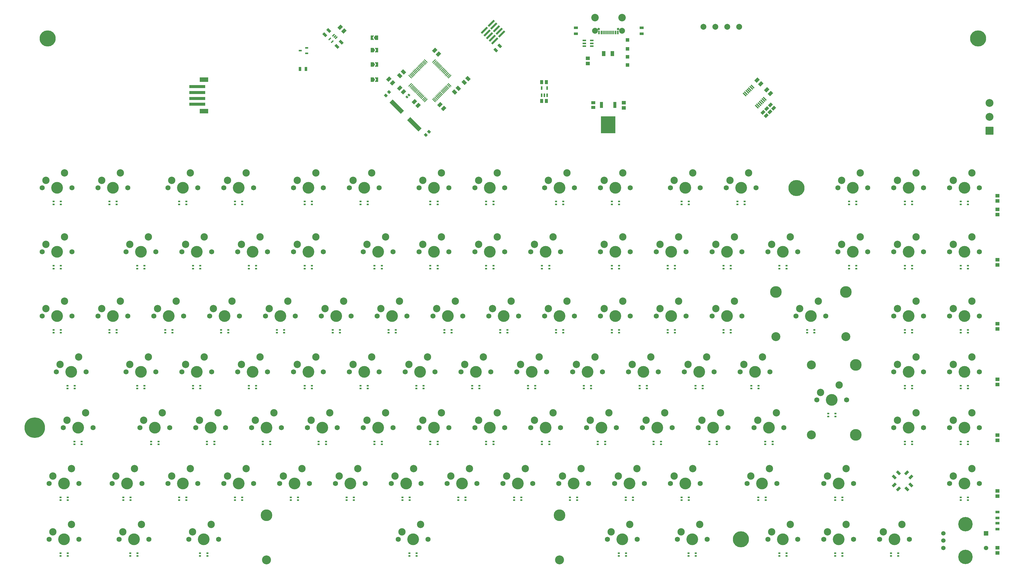
<source format=gbr>
%TF.GenerationSoftware,KiCad,Pcbnew,7.0.8*%
%TF.CreationDate,2024-02-05T18:29:49-06:00*%
%TF.ProjectId,VesselV3,56657373-656c-4563-932e-6b696361645f,3.0*%
%TF.SameCoordinates,Original*%
%TF.FileFunction,Soldermask,Top*%
%TF.FilePolarity,Negative*%
%FSLAX46Y46*%
G04 Gerber Fmt 4.6, Leading zero omitted, Abs format (unit mm)*
G04 Created by KiCad (PCBNEW 7.0.8) date 2024-02-05 18:29:49*
%MOMM*%
%LPD*%
G01*
G04 APERTURE LIST*
G04 Aperture macros list*
%AMRoundRect*
0 Rectangle with rounded corners*
0 $1 Rounding radius*
0 $2 $3 $4 $5 $6 $7 $8 $9 X,Y pos of 4 corners*
0 Add a 4 corners polygon primitive as box body*
4,1,4,$2,$3,$4,$5,$6,$7,$8,$9,$2,$3,0*
0 Add four circle primitives for the rounded corners*
1,1,$1+$1,$2,$3*
1,1,$1+$1,$4,$5*
1,1,$1+$1,$6,$7*
1,1,$1+$1,$8,$9*
0 Add four rect primitives between the rounded corners*
20,1,$1+$1,$2,$3,$4,$5,0*
20,1,$1+$1,$4,$5,$6,$7,0*
20,1,$1+$1,$6,$7,$8,$9,0*
20,1,$1+$1,$8,$9,$2,$3,0*%
%AMRotRect*
0 Rectangle, with rotation*
0 The origin of the aperture is its center*
0 $1 length*
0 $2 width*
0 $3 Rotation angle, in degrees counterclockwise*
0 Add horizontal line*
21,1,$1,$2,0,0,$3*%
%AMFreePoly0*
4,1,6,1.000000,0.000000,0.500000,-0.750000,-0.500000,-0.750000,-0.500000,0.750000,0.500000,0.750000,1.000000,0.000000,1.000000,0.000000,$1*%
%AMFreePoly1*
4,1,6,0.500000,-0.750000,-0.650000,-0.750000,-0.150000,0.000000,-0.650000,0.750000,0.500000,0.750000,0.500000,-0.750000,0.500000,-0.750000,$1*%
G04 Aperture macros list end*
%ADD10RotRect,0.950000X1.400000X225.000000*%
%ADD11RotRect,1.150000X1.450000X315.000000*%
%ADD12RotRect,0.950000X1.450000X45.000000*%
%ADD13C,1.750000*%
%ADD14C,4.000000*%
%ADD15C,2.500000*%
%ADD16RotRect,1.150000X1.450000X45.000000*%
%ADD17R,0.647700X0.609600*%
%ADD18R,0.950000X1.450000*%
%ADD19FreePoly0,0.000000*%
%ADD20FreePoly1,0.000000*%
%ADD21RotRect,1.150000X1.450000X135.000000*%
%ADD22C,0.800000*%
%ADD23R,0.600000X1.250000*%
%ADD24R,0.300000X1.250000*%
%ADD25C,2.000000*%
%ADD26C,2.565000*%
%ADD27R,1.470000X1.020000*%
%ADD28R,1.200000X1.200000*%
%ADD29RotRect,0.650000X2.850000X135.000000*%
%ADD30RotRect,0.450000X1.475000X45.000000*%
%ADD31R,1.020000X1.470000*%
%ADD32RoundRect,0.102000X1.237500X-1.237500X1.237500X1.237500X-1.237500X1.237500X-1.237500X-1.237500X0*%
%ADD33C,2.679000*%
%ADD34R,1.450000X1.150000*%
%ADD35R,1.000000X2.100000*%
%ADD36R,4.900000X5.850000*%
%ADD37R,1.220000X1.200000*%
%ADD38R,1.050000X0.600000*%
%ADD39RotRect,0.950000X1.000000X225.000000*%
%ADD40RotRect,0.300000X1.475000X135.000000*%
%ADD41RotRect,0.300000X1.475000X45.000000*%
%ADD42FreePoly0,180.000000*%
%ADD43FreePoly1,180.000000*%
%ADD44C,3.048000*%
%ADD45C,3.987800*%
%ADD46R,1.450000X0.950000*%
%ADD47R,0.600000X1.200000*%
%ADD48R,1.400000X0.950000*%
%ADD49RotRect,0.950000X1.450000X135.000000*%
%ADD50C,7.000000*%
%ADD51C,5.500000*%
%ADD52RotRect,0.400000X1.050000X315.000000*%
%ADD53RotRect,0.960000X1.390000X315.000000*%
%ADD54R,1.200000X0.600000*%
%ADD55RotRect,1.150000X1.450000X225.000000*%
%ADD56RotRect,1.500000X5.500000X45.000000*%
%ADD57R,1.160000X1.820000*%
%ADD58R,1.500000X1.500000*%
%ADD59C,1.500000*%
%ADD60C,4.920000*%
%ADD61RoundRect,0.102000X0.031820X-0.392444X0.392444X-0.031820X-0.031820X0.392444X-0.392444X0.031820X0*%
%ADD62R,5.500000X1.000000*%
%ADD63R,3.000000X1.600000*%
G04 APERTURE END LIST*
D10*
%TO.C,R11*%
X208515707Y-38767693D03*
X207101493Y-40181907D03*
%TD*%
D11*
%TO.C,C17*%
X186309000Y-40259000D03*
X187581792Y-41531792D03*
%TD*%
D12*
%TO.C,R12*%
X343136793Y-185928007D03*
X344551007Y-184513793D03*
%TD*%
D13*
%TO.C,MX8*%
X200025000Y-87153700D03*
D14*
X205105000Y-87153700D03*
D13*
X210185000Y-87153700D03*
D15*
X201295000Y-84613700D03*
X207645000Y-82073700D03*
%TD*%
D13*
%TO.C,MX78*%
X361950000Y-169068700D03*
D14*
X367030000Y-169068700D03*
D13*
X372110000Y-169068700D03*
D15*
X363220000Y-166528700D03*
X369570000Y-163988700D03*
%TD*%
D16*
%TO.C,C29*%
X193037208Y-54485792D03*
X194310000Y-53213000D03*
%TD*%
D17*
%TO.C,LED97*%
X177673050Y-211868701D03*
X177673050Y-212868699D03*
X180149550Y-212868699D03*
X180149550Y-211868701D03*
%TD*%
D13*
%TO.C,MX102*%
X338137500Y-207168700D03*
D14*
X343217500Y-207168700D03*
D13*
X348297500Y-207168700D03*
D15*
X339407500Y-204628700D03*
X345757500Y-202088700D03*
%TD*%
D12*
%TO.C,R19*%
X148772793Y-34961707D03*
X150187007Y-33547493D03*
%TD*%
D18*
%TO.C,R16*%
X140329000Y-46615000D03*
X142329000Y-46615000D03*
%TD*%
D12*
%TO.C,R14*%
X347382693Y-190009207D03*
X348796907Y-188594993D03*
%TD*%
D19*
%TO.C,JP3*%
X164999000Y-50295000D03*
D20*
X166449000Y-50295000D03*
%TD*%
D13*
%TO.C,MX94*%
X54768800Y-207168700D03*
D14*
X59848800Y-207168700D03*
D13*
X64928800Y-207168700D03*
D15*
X56038800Y-204628700D03*
X62388800Y-202088700D03*
%TD*%
D13*
%TO.C,MX86*%
X190500000Y-188118700D03*
D14*
X195580000Y-188118700D03*
D13*
X200660000Y-188118700D03*
D15*
X191770000Y-185578700D03*
X198120000Y-183038700D03*
%TD*%
D13*
%TO.C,MX68*%
X142875000Y-169068700D03*
D14*
X147955000Y-169068700D03*
D13*
X153035000Y-169068700D03*
D15*
X144145000Y-166528700D03*
X150495000Y-163988700D03*
%TD*%
D21*
%TO.C,C19*%
X180595396Y-59056396D03*
X179322604Y-57783604D03*
%TD*%
D13*
%TO.C,MX62*%
X342900000Y-150018700D03*
D14*
X347980000Y-150018700D03*
D13*
X353060000Y-150018700D03*
D15*
X344170000Y-147478700D03*
X350520000Y-144938700D03*
%TD*%
D17*
%TO.C,LED83*%
X139668250Y-193818699D03*
X139668250Y-192818701D03*
X137191750Y-192818701D03*
X137191750Y-193818699D03*
%TD*%
D22*
%TO.C,USB-C1*%
X248880000Y-33023000D03*
X242280000Y-33023000D03*
D23*
X248780000Y-34158000D03*
X247980000Y-34158000D03*
D24*
X246830000Y-34158000D03*
X245830000Y-34158000D03*
X245330000Y-34158000D03*
X244330000Y-34158000D03*
D23*
X243180000Y-34158000D03*
X242380000Y-34158000D03*
D24*
X243830000Y-34158000D03*
X244830000Y-34158000D03*
X246330000Y-34158000D03*
X247330000Y-34158000D03*
D25*
X250190000Y-33583000D03*
X240970000Y-33583000D03*
D26*
X250190000Y-29083000D03*
X240970000Y-29083000D03*
%TD*%
D17*
%TO.C,LED21*%
X168243250Y-114761199D03*
X168243250Y-113761201D03*
X165766750Y-113761201D03*
X165766750Y-114761199D03*
%TD*%
%TO.C,LED37*%
X151479250Y-135668701D03*
X151479250Y-136668699D03*
X153955750Y-136668699D03*
X153955750Y-135668701D03*
%TD*%
%TO.C,LED64*%
X63373050Y-173768701D03*
X63373050Y-174768699D03*
X65849550Y-174768699D03*
X65849550Y-173768701D03*
%TD*%
D13*
%TO.C,MX51*%
X119062500Y-150018700D03*
D14*
X124142500Y-150018700D03*
D13*
X129222500Y-150018700D03*
D15*
X120332500Y-147478700D03*
X126682500Y-144938700D03*
%TD*%
D13*
%TO.C,MX67*%
X123825000Y-169068700D03*
D14*
X128905000Y-169068700D03*
D13*
X133985000Y-169068700D03*
D15*
X125095000Y-166528700D03*
X131445000Y-163988700D03*
%TD*%
D13*
%TO.C,MX88*%
X228600000Y-188118700D03*
D14*
X233680000Y-188118700D03*
D13*
X238760000Y-188118700D03*
D15*
X229870000Y-185578700D03*
X236220000Y-183038700D03*
%TD*%
D13*
%TO.C,MX38*%
X166687500Y-130968700D03*
D14*
X171767500Y-130968700D03*
D13*
X176847500Y-130968700D03*
D15*
X167957500Y-128428700D03*
X174307500Y-125888700D03*
%TD*%
D13*
%TO.C,MX39*%
X185737500Y-130968700D03*
D14*
X190817500Y-130968700D03*
D13*
X195897500Y-130968700D03*
D15*
X187007500Y-128428700D03*
X193357500Y-125888700D03*
%TD*%
D13*
%TO.C,MX99*%
X269081300Y-207168700D03*
D14*
X274161300Y-207168700D03*
D13*
X279241300Y-207168700D03*
D15*
X270351300Y-204628700D03*
X276701300Y-202088700D03*
%TD*%
D13*
%TO.C,MX63*%
X361950000Y-150018700D03*
D14*
X367030000Y-150018700D03*
D13*
X372110000Y-150018700D03*
D15*
X363220000Y-147478700D03*
X369570000Y-144938700D03*
%TD*%
D17*
%TO.C,LED6*%
X161004250Y-91853701D03*
X161004250Y-92853699D03*
X163480750Y-92853699D03*
X163480750Y-91853701D03*
%TD*%
D13*
%TO.C,MX34*%
X90487500Y-130968700D03*
D14*
X95567500Y-130968700D03*
D13*
X100647500Y-130968700D03*
D15*
X91757500Y-128428700D03*
X98107500Y-125888700D03*
%TD*%
D27*
%TO.C,C33*%
X240393000Y-58140600D03*
X240393000Y-59760600D03*
%TD*%
D17*
%TO.C,LED53*%
X163480750Y-155718699D03*
X163480750Y-154718701D03*
X161004250Y-154718701D03*
X161004250Y-155718699D03*
%TD*%
D13*
%TO.C,MX32*%
X52387500Y-130968700D03*
D14*
X57467500Y-130968700D03*
D13*
X62547500Y-130968700D03*
D15*
X53657500Y-128428700D03*
X60007500Y-125888700D03*
%TD*%
D17*
%TO.C,LED70*%
X184816750Y-173768701D03*
X184816750Y-174768699D03*
X187293250Y-174768699D03*
X187293250Y-173768701D03*
%TD*%
%TO.C,LED27*%
X287305750Y-114761199D03*
X287305750Y-113761201D03*
X284829250Y-113761201D03*
X284829250Y-114761199D03*
%TD*%
%TO.C,LED57*%
X239680750Y-155718699D03*
X239680750Y-154718701D03*
X237204250Y-154718701D03*
X237204250Y-155718699D03*
%TD*%
D13*
%TO.C,MX22*%
X180975000Y-109061200D03*
D14*
X186055000Y-109061200D03*
D13*
X191135000Y-109061200D03*
D15*
X182245000Y-106521200D03*
X188595000Y-103981200D03*
%TD*%
D17*
%TO.C,LED85*%
X177768250Y-193818699D03*
X177768250Y-192818701D03*
X175291750Y-192818701D03*
X175291750Y-193818699D03*
%TD*%
D13*
%TO.C,MX5*%
X138112500Y-87153700D03*
D14*
X143192500Y-87153700D03*
D13*
X148272500Y-87153700D03*
D15*
X139382500Y-84613700D03*
X145732500Y-82073700D03*
%TD*%
D28*
%TO.C,Schottky/ReversPolProtec1*%
X252095000Y-45269000D03*
X252095000Y-42469000D03*
%TD*%
D29*
%TO.C,J1*%
X209187055Y-34689047D03*
X206818247Y-37057855D03*
X208289029Y-33791022D03*
X205920222Y-36159829D03*
X207391004Y-32892996D03*
X205022196Y-35261804D03*
X206492978Y-31994971D03*
X204124171Y-34363778D03*
X205594953Y-31096945D03*
X203226145Y-33465753D03*
%TD*%
D30*
%TO.C,(BidirectionalLogicLevelShifter)IC4*%
X294784879Y-52632162D03*
X294325259Y-53091781D03*
X293865640Y-53551401D03*
X293406020Y-54011020D03*
X292946401Y-54470640D03*
X292486781Y-54930259D03*
X292027162Y-55389879D03*
X296182121Y-59544838D03*
X296641741Y-59085219D03*
X297101360Y-58625599D03*
X297560980Y-58165980D03*
X298020599Y-57706360D03*
X298480219Y-57246741D03*
X298939838Y-56787121D03*
%TD*%
D31*
%TO.C,C4*%
X222769000Y-57575000D03*
X224389000Y-57575000D03*
%TD*%
D17*
%TO.C,LED54*%
X182530750Y-155718699D03*
X182530750Y-154718701D03*
X180054250Y-154718701D03*
X180054250Y-155718699D03*
%TD*%
D13*
%TO.C,MX1*%
X52387500Y-87153700D03*
D14*
X57467500Y-87153700D03*
D13*
X62547500Y-87153700D03*
D15*
X53657500Y-84613700D03*
X60007500Y-82073700D03*
%TD*%
D13*
%TO.C,MX49*%
X80962500Y-150018700D03*
D14*
X86042500Y-150018700D03*
D13*
X91122500Y-150018700D03*
D15*
X82232500Y-147478700D03*
X88582500Y-144938700D03*
%TD*%
D21*
%TO.C,C23*%
X300863000Y-54991000D03*
X299590208Y-53718208D03*
%TD*%
D13*
%TO.C,MX98*%
X245268800Y-207168700D03*
D14*
X250348800Y-207168700D03*
D13*
X255428800Y-207168700D03*
D15*
X246538800Y-204628700D03*
X252888800Y-202088700D03*
%TD*%
D17*
%TO.C,LED87*%
X215868250Y-193818699D03*
X215868250Y-192818701D03*
X213391750Y-192818701D03*
X213391750Y-193818699D03*
%TD*%
%TO.C,LED20*%
X144430750Y-114761199D03*
X144430750Y-113761201D03*
X141954250Y-113761201D03*
X141954250Y-114761199D03*
%TD*%
D25*
%TO.C,TP3*%
X286117000Y-32232600D03*
%TD*%
D17*
%TO.C,LED71*%
X203866750Y-173768701D03*
X203866750Y-174768699D03*
X206343250Y-174768699D03*
X206343250Y-173768701D03*
%TD*%
%TO.C,LED101*%
X322929250Y-211868701D03*
X322929250Y-212868699D03*
X325405750Y-212868699D03*
X325405750Y-211868701D03*
%TD*%
D32*
%TO.C,S6*%
X375651500Y-67742000D03*
D33*
X375651500Y-62992000D03*
X375651500Y-58242000D03*
%TD*%
D13*
%TO.C,MX15*%
X361950000Y-87153700D03*
D14*
X367030000Y-87153700D03*
D13*
X372110000Y-87153700D03*
D15*
X363220000Y-84613700D03*
X369570000Y-82073700D03*
%TD*%
D17*
%TO.C,LED89*%
X253968250Y-193818699D03*
X253968250Y-192818701D03*
X251491750Y-192818701D03*
X251491750Y-193818699D03*
%TD*%
%TO.C,LED98*%
X249110550Y-211868701D03*
X249110550Y-212868699D03*
X251587050Y-212868699D03*
X251587050Y-211868701D03*
%TD*%
D12*
%TO.C,R18*%
X152963793Y-38898707D03*
X154378007Y-37484493D03*
%TD*%
D17*
%TO.C,LED31*%
X368268250Y-114761199D03*
X368268250Y-113761201D03*
X365791750Y-113761201D03*
X365791750Y-114761199D03*
%TD*%
%TO.C,LED56*%
X220630750Y-155718699D03*
X220630750Y-154718701D03*
X218154250Y-154718701D03*
X218154250Y-155718699D03*
%TD*%
D34*
%TO.C,C13*%
X378333000Y-173377000D03*
X378333000Y-171577000D03*
%TD*%
D25*
%TO.C,TP4*%
X290167000Y-32232600D03*
%TD*%
D19*
%TO.C,JP1*%
X164996200Y-45125000D03*
D20*
X166446200Y-45125000D03*
%TD*%
D13*
%TO.C,MX91*%
X292893800Y-188118700D03*
D14*
X297973800Y-188118700D03*
D13*
X303053800Y-188118700D03*
D15*
X294163800Y-185578700D03*
X300513800Y-183038700D03*
%TD*%
D13*
%TO.C,MX80*%
X76200000Y-188118700D03*
D14*
X81280000Y-188118700D03*
D13*
X86360000Y-188118700D03*
D15*
X77470000Y-185578700D03*
X83820000Y-183038700D03*
%TD*%
D13*
%TO.C,MX45*%
X309562500Y-130968700D03*
D14*
X314642500Y-130968700D03*
D13*
X319722500Y-130968700D03*
D15*
X310832500Y-128428700D03*
X317182500Y-125888700D03*
%TD*%
D17*
%TO.C,LED99*%
X272923050Y-211868701D03*
X272923050Y-212868699D03*
X275399550Y-212868699D03*
X275399550Y-211868701D03*
%TD*%
D34*
%TO.C,C9*%
X378333000Y-91694000D03*
X378333000Y-89894000D03*
%TD*%
%TO.C,C11*%
X378333000Y-135382000D03*
X378333000Y-133582000D03*
%TD*%
D17*
%TO.C,LED61*%
X323024550Y-165243699D03*
X323024550Y-164243701D03*
X320548050Y-164243701D03*
X320548050Y-165243699D03*
%TD*%
%TO.C,LED13*%
X327691750Y-91853701D03*
X327691750Y-92853699D03*
X330168250Y-92853699D03*
X330168250Y-91853701D03*
%TD*%
%TO.C,LED81*%
X101568250Y-193818699D03*
X101568250Y-192818701D03*
X99091750Y-192818701D03*
X99091750Y-193818699D03*
%TD*%
D13*
%TO.C,MX9*%
X223837500Y-87153700D03*
D14*
X228917500Y-87153700D03*
D13*
X233997500Y-87153700D03*
D15*
X225107500Y-84613700D03*
X231457500Y-82073700D03*
%TD*%
D17*
%TO.C,LED18*%
X106330750Y-114761199D03*
X106330750Y-113761201D03*
X103854250Y-113761201D03*
X103854250Y-114761199D03*
%TD*%
D13*
%TO.C,MX100*%
X300037500Y-207168700D03*
D14*
X305117500Y-207168700D03*
D13*
X310197500Y-207168700D03*
D15*
X301307500Y-204628700D03*
X307657500Y-202088700D03*
%TD*%
D35*
%TO.C,(LF50ABDT-TR)-IC3*%
X247771000Y-58896000D03*
X243211000Y-58896000D03*
D36*
X245491000Y-65696000D03*
%TD*%
D31*
%TO.C,C5*%
X222779000Y-51145000D03*
X224399000Y-51145000D03*
%TD*%
D17*
%TO.C,LED80*%
X82518250Y-193818699D03*
X82518250Y-192818701D03*
X80041750Y-192818701D03*
X80041750Y-193818699D03*
%TD*%
%TO.C,LED15*%
X365791750Y-91853701D03*
X365791750Y-92853699D03*
X368268250Y-92853699D03*
X368268250Y-91853701D03*
%TD*%
%TO.C,LED52*%
X144430750Y-155718699D03*
X144430750Y-154718701D03*
X141954250Y-154718701D03*
X141954250Y-155718699D03*
%TD*%
D13*
%TO.C,MX82*%
X114300000Y-188118700D03*
D14*
X119380000Y-188118700D03*
D13*
X124460000Y-188118700D03*
D15*
X115570000Y-185578700D03*
X121920000Y-183038700D03*
%TD*%
D17*
%TO.C,LED84*%
X158718250Y-193818699D03*
X158718250Y-192818701D03*
X156241750Y-192818701D03*
X156241750Y-193818699D03*
%TD*%
D37*
%TO.C,TVSDiode/ESDSuppr1*%
X252095000Y-39803000D03*
X252095000Y-36703000D03*
%TD*%
D17*
%TO.C,LED55*%
X201580750Y-155718699D03*
X201580750Y-154718701D03*
X199104250Y-154718701D03*
X199104250Y-155718699D03*
%TD*%
%TO.C,LED41*%
X227679250Y-135668701D03*
X227679250Y-136668699D03*
X230155750Y-136668699D03*
X230155750Y-135668701D03*
%TD*%
D38*
%TO.C,Q1*%
X142579000Y-41315000D03*
X142579000Y-39415000D03*
X140379000Y-40365000D03*
%TD*%
D39*
%TO.C,C1*%
X170718485Y-54538415D03*
X169587115Y-55669785D03*
%TD*%
D34*
%TO.C,C18*%
X238506000Y-43002200D03*
X238506000Y-44802200D03*
%TD*%
D13*
%TO.C,MX85*%
X171450000Y-188118700D03*
D14*
X176530000Y-188118700D03*
D13*
X181610000Y-188118700D03*
D15*
X172720000Y-185578700D03*
X179070000Y-183038700D03*
%TD*%
D19*
%TO.C,JP4*%
X164996200Y-40225000D03*
D20*
X166446200Y-40225000D03*
%TD*%
D40*
%TO.C,MCU1*%
X177948971Y-52078728D03*
X178302524Y-52432282D03*
X178656078Y-52785835D03*
X179009631Y-53139388D03*
X179363184Y-53492942D03*
X179716738Y-53846495D03*
X180070291Y-54200049D03*
X180423845Y-54553602D03*
X180777398Y-54907155D03*
X181130951Y-55260709D03*
X181484505Y-55614262D03*
X181838058Y-55967816D03*
X182191612Y-56321369D03*
X182545165Y-56674922D03*
X182898718Y-57028476D03*
X183252272Y-57382029D03*
D41*
X186063728Y-57382029D03*
X186417282Y-57028476D03*
X186770835Y-56674922D03*
X187124388Y-56321369D03*
X187477942Y-55967816D03*
X187831495Y-55614262D03*
X188185049Y-55260709D03*
X188538602Y-54907155D03*
X188892155Y-54553602D03*
X189245709Y-54200049D03*
X189599262Y-53846495D03*
X189952816Y-53492942D03*
X190306369Y-53139388D03*
X190659922Y-52785835D03*
X191013476Y-52432282D03*
X191367029Y-52078728D03*
D40*
X191367029Y-49267272D03*
X191013476Y-48913718D03*
X190659922Y-48560165D03*
X190306369Y-48206612D03*
X189952816Y-47853058D03*
X189599262Y-47499505D03*
X189245709Y-47145951D03*
X188892155Y-46792398D03*
X188538602Y-46438845D03*
X188185049Y-46085291D03*
X187831495Y-45731738D03*
X187477942Y-45378184D03*
X187124388Y-45024631D03*
X186770835Y-44671078D03*
X186417282Y-44317524D03*
X186063728Y-43963971D03*
D41*
X183252272Y-43963971D03*
X182898718Y-44317524D03*
X182545165Y-44671078D03*
X182191612Y-45024631D03*
X181838058Y-45378184D03*
X181484505Y-45731738D03*
X181130951Y-46085291D03*
X180777398Y-46438845D03*
X180423845Y-46792398D03*
X180070291Y-47145951D03*
X179716738Y-47499505D03*
X179363184Y-47853058D03*
X179009631Y-48206612D03*
X178656078Y-48560165D03*
X178302524Y-48913718D03*
X177948971Y-49267272D03*
%TD*%
D13*
%TO.C,MX89*%
X247650000Y-188118700D03*
D14*
X252730000Y-188118700D03*
D13*
X257810000Y-188118700D03*
D15*
X248920000Y-185578700D03*
X255270000Y-183038700D03*
%TD*%
D13*
%TO.C,MX92*%
X319087500Y-188118700D03*
D14*
X324167500Y-188118700D03*
D13*
X329247500Y-188118700D03*
D15*
X320357500Y-185578700D03*
X326707500Y-183038700D03*
%TD*%
D17*
%TO.C,LED2*%
X75279250Y-91853701D03*
X75279250Y-92853699D03*
X77755750Y-92853699D03*
X77755750Y-91853701D03*
%TD*%
D11*
%TO.C,C22*%
X296291000Y-50419000D03*
X297563792Y-51691792D03*
%TD*%
D13*
%TO.C,MX53*%
X157162500Y-150018700D03*
D14*
X162242500Y-150018700D03*
D13*
X167322500Y-150018700D03*
D15*
X158432500Y-147478700D03*
X164782500Y-144938700D03*
%TD*%
D17*
%TO.C,LED78*%
X365791750Y-173768701D03*
X365791750Y-174768699D03*
X368268250Y-174768699D03*
X368268250Y-173768701D03*
%TD*%
D34*
%TO.C,C10*%
X378333000Y-113560000D03*
X378333000Y-111760000D03*
%TD*%
D17*
%TO.C,LED92*%
X325405750Y-193818699D03*
X325405750Y-192818701D03*
X322929250Y-192818701D03*
X322929250Y-193818699D03*
%TD*%
D39*
%TO.C,C2*%
X184376785Y-68058115D03*
X183245415Y-69189485D03*
%TD*%
D17*
%TO.C,LED33*%
X75279250Y-135668701D03*
X75279250Y-136668699D03*
X77755750Y-136668699D03*
X77755750Y-135668701D03*
%TD*%
%TO.C,LED69*%
X165766750Y-173768701D03*
X165766750Y-174768699D03*
X168243250Y-174768699D03*
X168243250Y-173768701D03*
%TD*%
D13*
%TO.C,MX16*%
X52387500Y-109061200D03*
D14*
X57467500Y-109061200D03*
D13*
X62547500Y-109061200D03*
D15*
X53657500Y-106521200D03*
X60007500Y-103981200D03*
%TD*%
D13*
%TO.C,MX60*%
X290512500Y-150018700D03*
D14*
X295592500Y-150018700D03*
D13*
X300672500Y-150018700D03*
D15*
X291782500Y-147478700D03*
X298132500Y-144938700D03*
%TD*%
D17*
%TO.C,LED65*%
X89566750Y-173768701D03*
X89566750Y-174768699D03*
X92043250Y-174768699D03*
X92043250Y-173768701D03*
%TD*%
D42*
%TO.C,JP2*%
X166448400Y-35941000D03*
D43*
X164998400Y-35941000D03*
%TD*%
D17*
%TO.C,LED48*%
X63468250Y-155718699D03*
X63468250Y-154718701D03*
X60991750Y-154718701D03*
X60991750Y-155718699D03*
%TD*%
D13*
%TO.C,MX30*%
X342900000Y-109061200D03*
D14*
X347980000Y-109061200D03*
D13*
X353060000Y-109061200D03*
D15*
X344170000Y-106521200D03*
X350520000Y-103981200D03*
%TD*%
D44*
%TO.C,S1*%
X326580500Y-137953700D03*
D45*
X326580500Y-122743700D03*
D44*
X302704500Y-137953700D03*
D45*
X302704500Y-122743700D03*
%TD*%
D13*
%TO.C,MX24*%
X219075000Y-109061200D03*
D14*
X224155000Y-109061200D03*
D13*
X229235000Y-109061200D03*
D15*
X220345000Y-106521200D03*
X226695000Y-103981200D03*
%TD*%
D17*
%TO.C,LED3*%
X99091750Y-91853701D03*
X99091750Y-92853699D03*
X101568250Y-92853699D03*
X101568250Y-91853701D03*
%TD*%
D13*
%TO.C,MX6*%
X157162500Y-87153700D03*
D14*
X162242500Y-87153700D03*
D13*
X167322500Y-87153700D03*
D15*
X158432500Y-84613700D03*
X164782500Y-82073700D03*
%TD*%
D13*
%TO.C,MX17*%
X80962500Y-109061200D03*
D14*
X86042500Y-109061200D03*
D13*
X91122500Y-109061200D03*
D15*
X82232500Y-106521200D03*
X88582500Y-103981200D03*
%TD*%
D17*
%TO.C,LED93*%
X368268250Y-193818699D03*
X368268250Y-192818701D03*
X365791750Y-192818701D03*
X365791750Y-193818699D03*
%TD*%
D13*
%TO.C,MX4*%
X114300000Y-87153700D03*
D14*
X119380000Y-87153700D03*
D13*
X124460000Y-87153700D03*
D15*
X115570000Y-84613700D03*
X121920000Y-82073700D03*
%TD*%
D13*
%TO.C,MX70*%
X180975000Y-169068700D03*
D14*
X186055000Y-169068700D03*
D13*
X191135000Y-169068700D03*
D15*
X182245000Y-166528700D03*
X188595000Y-163988700D03*
%TD*%
D13*
%TO.C,MX43*%
X261937500Y-130968700D03*
D14*
X267017500Y-130968700D03*
D13*
X272097500Y-130968700D03*
D15*
X263207500Y-128428700D03*
X269557500Y-125888700D03*
%TD*%
D17*
%TO.C,LED86*%
X196818250Y-193818699D03*
X196818250Y-192818701D03*
X194341750Y-192818701D03*
X194341750Y-193818699D03*
%TD*%
%TO.C,LED68*%
X146716750Y-173768701D03*
X146716750Y-174768699D03*
X149193250Y-174768699D03*
X149193250Y-173768701D03*
%TD*%
D13*
%TO.C,MX19*%
X119062500Y-109061200D03*
D14*
X124142500Y-109061200D03*
D13*
X129222500Y-109061200D03*
D15*
X120332500Y-106521200D03*
X126682500Y-103981200D03*
%TD*%
D13*
%TO.C,MX59*%
X271462500Y-150018700D03*
D14*
X276542500Y-150018700D03*
D13*
X281622500Y-150018700D03*
D15*
X272732500Y-147478700D03*
X279082500Y-144938700D03*
%TD*%
D46*
%TO.C,R21*%
X378333000Y-199882000D03*
X378333000Y-197882000D03*
%TD*%
D13*
%TO.C,MX41*%
X223837500Y-130968700D03*
D14*
X228917500Y-130968700D03*
D13*
X233997500Y-130968700D03*
D15*
X225107500Y-128428700D03*
X231457500Y-125888700D03*
%TD*%
D13*
%TO.C,MX40*%
X204787500Y-130968700D03*
D14*
X209867500Y-130968700D03*
D13*
X214947500Y-130968700D03*
D15*
X206057500Y-128428700D03*
X212407500Y-125888700D03*
%TD*%
D17*
%TO.C,LED73*%
X241966750Y-173768701D03*
X241966750Y-174768699D03*
X244443250Y-174768699D03*
X244443250Y-173768701D03*
%TD*%
%TO.C,LED51*%
X125380750Y-155718699D03*
X125380750Y-154718701D03*
X122904250Y-154718701D03*
X122904250Y-155718699D03*
%TD*%
D13*
%TO.C,MX21*%
X161925000Y-109061200D03*
D14*
X167005000Y-109061200D03*
D13*
X172085000Y-109061200D03*
D15*
X163195000Y-106521200D03*
X169545000Y-103981200D03*
%TD*%
D13*
%TO.C,MX61*%
X316706300Y-159543700D03*
D14*
X321786300Y-159543700D03*
D13*
X326866300Y-159543700D03*
D15*
X317976300Y-157003700D03*
X324326300Y-154463700D03*
%TD*%
D47*
%TO.C,(LDORegulator)IC1*%
X222779000Y-55625000D03*
X223729000Y-55625000D03*
X224679000Y-55625000D03*
X224679000Y-53125000D03*
X222779000Y-53125000D03*
%TD*%
D17*
%TO.C,LED102*%
X341979250Y-211868701D03*
X341979250Y-212868699D03*
X344455750Y-212868699D03*
X344455750Y-211868701D03*
%TD*%
D48*
%TO.C,R2*%
X256921000Y-34613600D03*
X256921000Y-32613600D03*
%TD*%
D49*
%TO.C,R13*%
X348742007Y-185928007D03*
X347327793Y-184513793D03*
%TD*%
D50*
%TO.C,H2*%
X49784000Y-169025000D03*
%TD*%
D17*
%TO.C,LED60*%
X296830750Y-155718699D03*
X296830750Y-154718701D03*
X294354250Y-154718701D03*
X294354250Y-155718699D03*
%TD*%
%TO.C,LED26*%
X268255750Y-114761199D03*
X268255750Y-113761201D03*
X265779250Y-113761201D03*
X265779250Y-114761199D03*
%TD*%
D44*
%TO.C,S2*%
X314801300Y-171481700D03*
D45*
X330011300Y-171481700D03*
D44*
X314801300Y-147605700D03*
D45*
X330011300Y-147605700D03*
%TD*%
D17*
%TO.C,LED100*%
X303879250Y-211868701D03*
X303879250Y-212868699D03*
X306355750Y-212868699D03*
X306355750Y-211868701D03*
%TD*%
%TO.C,LED77*%
X346741750Y-173768701D03*
X346741750Y-174768699D03*
X349218250Y-174768699D03*
X349218250Y-173768701D03*
%TD*%
D13*
%TO.C,MX27*%
X280987500Y-109061200D03*
D14*
X286067500Y-109061200D03*
D13*
X291147500Y-109061200D03*
D15*
X282257500Y-106521200D03*
X288607500Y-103981200D03*
%TD*%
D25*
%TO.C,TP2*%
X282067000Y-32232600D03*
%TD*%
D13*
%TO.C,MX83*%
X133350000Y-188118700D03*
D14*
X138430000Y-188118700D03*
D13*
X143510000Y-188118700D03*
D15*
X134620000Y-185578700D03*
X140970000Y-183038700D03*
%TD*%
D17*
%TO.C,LED5*%
X141954250Y-91853701D03*
X141954250Y-92853699D03*
X144430750Y-92853699D03*
X144430750Y-91853701D03*
%TD*%
%TO.C,LED58*%
X258730750Y-155718699D03*
X258730750Y-154718701D03*
X256254250Y-154718701D03*
X256254250Y-155718699D03*
%TD*%
D51*
%TO.C,H3*%
X371729000Y-36195000D03*
%TD*%
D13*
%TO.C,MX71*%
X200025000Y-169068700D03*
D14*
X205105000Y-169068700D03*
D13*
X210185000Y-169068700D03*
D15*
X201295000Y-166528700D03*
X207645000Y-163988700D03*
%TD*%
D17*
%TO.C,LED91*%
X299212050Y-193818699D03*
X299212050Y-192818701D03*
X296735550Y-192818701D03*
X296735550Y-193818699D03*
%TD*%
D13*
%TO.C,MX96*%
X102393800Y-207168700D03*
D14*
X107473800Y-207168700D03*
D13*
X112553800Y-207168700D03*
D15*
X103663800Y-204628700D03*
X110013800Y-202088700D03*
%TD*%
D13*
%TO.C,MX28*%
X300037500Y-109061200D03*
D14*
X305117500Y-109061200D03*
D13*
X310197500Y-109061200D03*
D15*
X301307500Y-106521200D03*
X307657500Y-103981200D03*
%TD*%
D17*
%TO.C,LED88*%
X234918250Y-193818699D03*
X234918250Y-192818701D03*
X232441750Y-192818701D03*
X232441750Y-193818699D03*
%TD*%
D21*
%TO.C,C8*%
X155321000Y-33655000D03*
X154048208Y-32382208D03*
%TD*%
D13*
%TO.C,MX52*%
X138112500Y-150018700D03*
D14*
X143192500Y-150018700D03*
D13*
X148272500Y-150018700D03*
D15*
X139382500Y-147478700D03*
X145732500Y-144938700D03*
%TD*%
D17*
%TO.C,LED7*%
X184816750Y-91853701D03*
X184816750Y-92853699D03*
X187293250Y-92853699D03*
X187293250Y-91853701D03*
%TD*%
D13*
%TO.C,MX55*%
X195262500Y-150018700D03*
D14*
X200342500Y-150018700D03*
D13*
X205422500Y-150018700D03*
D15*
X196532500Y-147478700D03*
X202882500Y-144938700D03*
%TD*%
D17*
%TO.C,LED16*%
X58705750Y-114761199D03*
X58705750Y-113761201D03*
X56229250Y-113761201D03*
X56229250Y-114761199D03*
%TD*%
%TO.C,LED1*%
X56229250Y-91853701D03*
X56229250Y-92853699D03*
X58705750Y-92853699D03*
X58705750Y-91853701D03*
%TD*%
D13*
%TO.C,MX33*%
X71437500Y-130968700D03*
D14*
X76517500Y-130968700D03*
D13*
X81597500Y-130968700D03*
D15*
X72707500Y-128428700D03*
X79057500Y-125888700D03*
%TD*%
D13*
%TO.C,MX75*%
X276225000Y-169068700D03*
D14*
X281305000Y-169068700D03*
D13*
X286385000Y-169068700D03*
D15*
X277495000Y-166528700D03*
X283845000Y-163988700D03*
%TD*%
D13*
%TO.C,MX46*%
X342900000Y-130968700D03*
D14*
X347980000Y-130968700D03*
D13*
X353060000Y-130968700D03*
D15*
X344170000Y-128428700D03*
X350520000Y-125888700D03*
%TD*%
D13*
%TO.C,MX84*%
X152400000Y-188118700D03*
D14*
X157480000Y-188118700D03*
D13*
X162560000Y-188118700D03*
D15*
X153670000Y-185578700D03*
X160020000Y-183038700D03*
%TD*%
D13*
%TO.C,MX56*%
X214312500Y-150018700D03*
D14*
X219392500Y-150018700D03*
D13*
X224472500Y-150018700D03*
D15*
X215582500Y-147478700D03*
X221932500Y-144938700D03*
%TD*%
D13*
%TO.C,MX69*%
X161925000Y-169068700D03*
D14*
X167005000Y-169068700D03*
D13*
X172085000Y-169068700D03*
D15*
X163195000Y-166528700D03*
X169545000Y-163988700D03*
%TD*%
D25*
%TO.C,TP1*%
X278017000Y-32232600D03*
%TD*%
D13*
%TO.C,MX11*%
X266700000Y-87153700D03*
D14*
X271780000Y-87153700D03*
D13*
X276860000Y-87153700D03*
D15*
X267970000Y-84613700D03*
X274320000Y-82073700D03*
%TD*%
D17*
%TO.C,LED40*%
X208629250Y-135668701D03*
X208629250Y-136668699D03*
X211105750Y-136668699D03*
X211105750Y-135668701D03*
%TD*%
%TO.C,LED39*%
X189579250Y-135668701D03*
X189579250Y-136668699D03*
X192055750Y-136668699D03*
X192055750Y-135668701D03*
%TD*%
D13*
%TO.C,MX79*%
X54768800Y-188118700D03*
D14*
X59848800Y-188118700D03*
D13*
X64928800Y-188118700D03*
D15*
X56038800Y-185578700D03*
X62388800Y-183038700D03*
%TD*%
D17*
%TO.C,LED67*%
X127666750Y-173768701D03*
X127666750Y-174768699D03*
X130143250Y-174768699D03*
X130143250Y-173768701D03*
%TD*%
D13*
%TO.C,MX37*%
X147637500Y-130968700D03*
D14*
X152717500Y-130968700D03*
D13*
X157797500Y-130968700D03*
D15*
X148907500Y-128428700D03*
X155257500Y-125888700D03*
%TD*%
D52*
%TO.C,(AND_Gate)IC6*%
X152715371Y-36002368D03*
X152255751Y-35542749D03*
X151796132Y-35083129D03*
X150452629Y-36426632D03*
X151371868Y-37345871D03*
%TD*%
D51*
%TO.C,H1*%
X54229000Y-36195000D03*
%TD*%
D13*
%TO.C,MX93*%
X361950000Y-188118700D03*
D14*
X367030000Y-188118700D03*
D13*
X372110000Y-188118700D03*
D15*
X363220000Y-185578700D03*
X369570000Y-183038700D03*
%TD*%
D17*
%TO.C,LED10*%
X246729250Y-91853701D03*
X246729250Y-92853699D03*
X249205750Y-92853699D03*
X249205750Y-91853701D03*
%TD*%
D13*
%TO.C,MX3*%
X95250000Y-87153700D03*
D14*
X100330000Y-87153700D03*
D13*
X105410000Y-87153700D03*
D15*
X96520000Y-84613700D03*
X102870000Y-82073700D03*
%TD*%
D16*
%TO.C,C16*%
X196339208Y-51183792D03*
X197612000Y-49911000D03*
%TD*%
D13*
%TO.C,MX29*%
X323850000Y-109061200D03*
D14*
X328930000Y-109061200D03*
D13*
X334010000Y-109061200D03*
D15*
X325120000Y-106521200D03*
X331470000Y-103981200D03*
%TD*%
D17*
%TO.C,LED28*%
X306355750Y-114761199D03*
X306355750Y-113761201D03*
X303879250Y-113761201D03*
X303879250Y-114761199D03*
%TD*%
D13*
%TO.C,MX97*%
X173831300Y-207168700D03*
D14*
X178911300Y-207168700D03*
D13*
X183991300Y-207168700D03*
D15*
X175101300Y-204628700D03*
X181451300Y-202088700D03*
%TD*%
D13*
%TO.C,MX81*%
X95250000Y-188118700D03*
D14*
X100330000Y-188118700D03*
D13*
X105410000Y-188118700D03*
D15*
X96520000Y-185578700D03*
X102870000Y-183038700D03*
%TD*%
D17*
%TO.C,LED14*%
X346741750Y-91853701D03*
X346741750Y-92853699D03*
X349218250Y-92853699D03*
X349218250Y-91853701D03*
%TD*%
D13*
%TO.C,MX87*%
X209550000Y-188118700D03*
D14*
X214630000Y-188118700D03*
D13*
X219710000Y-188118700D03*
D15*
X210820000Y-185578700D03*
X217170000Y-183038700D03*
%TD*%
D17*
%TO.C,LED95*%
X82423050Y-211868701D03*
X82423050Y-212868699D03*
X84899550Y-212868699D03*
X84899550Y-211868701D03*
%TD*%
D13*
%TO.C,MX44*%
X280987500Y-130968700D03*
D14*
X286067500Y-130968700D03*
D13*
X291147500Y-130968700D03*
D15*
X282257500Y-128428700D03*
X288607500Y-125888700D03*
%TD*%
D17*
%TO.C,LED47*%
X365791750Y-135668701D03*
X365791750Y-136668699D03*
X368268250Y-136668699D03*
X368268250Y-135668701D03*
%TD*%
%TO.C,LED90*%
X273018250Y-193818699D03*
X273018250Y-192818701D03*
X270541750Y-192818701D03*
X270541750Y-193818699D03*
%TD*%
%TO.C,LED82*%
X120618250Y-193818699D03*
X120618250Y-192818701D03*
X118141750Y-192818701D03*
X118141750Y-193818699D03*
%TD*%
D53*
%TO.C,C27*%
X298283644Y-61428644D03*
X299429156Y-62574156D03*
%TD*%
D17*
%TO.C,LED63*%
X368268250Y-155718699D03*
X368268250Y-154718701D03*
X365791750Y-154718701D03*
X365791750Y-155718699D03*
%TD*%
%TO.C,LED94*%
X58610550Y-211868701D03*
X58610550Y-212868699D03*
X61087050Y-212868699D03*
X61087050Y-211868701D03*
%TD*%
%TO.C,LED49*%
X87280750Y-155718699D03*
X87280750Y-154718701D03*
X84804250Y-154718701D03*
X84804250Y-155718699D03*
%TD*%
D34*
%TO.C,C12*%
X378333000Y-154327000D03*
X378333000Y-152527000D03*
%TD*%
D13*
%TO.C,MX31*%
X361950000Y-109061200D03*
D14*
X367030000Y-109061200D03*
D13*
X372110000Y-109061200D03*
D15*
X363220000Y-106521200D03*
X369570000Y-103981200D03*
%TD*%
D48*
%TO.C,R1*%
X234442000Y-34613000D03*
X234442000Y-32613000D03*
%TD*%
D17*
%TO.C,LED24*%
X225393250Y-114761199D03*
X225393250Y-113761201D03*
X222916750Y-113761201D03*
X222916750Y-114761199D03*
%TD*%
%TO.C,LED50*%
X106330750Y-155718699D03*
X106330750Y-154718701D03*
X103854250Y-154718701D03*
X103854250Y-155718699D03*
%TD*%
%TO.C,LED43*%
X265779250Y-135668701D03*
X265779250Y-136668699D03*
X268255750Y-136668699D03*
X268255750Y-135668701D03*
%TD*%
%TO.C,LED42*%
X246729250Y-135668701D03*
X246729250Y-136668699D03*
X249205750Y-136668699D03*
X249205750Y-135668701D03*
%TD*%
D34*
%TO.C,C15*%
X378333000Y-211836000D03*
X378333000Y-210036000D03*
%TD*%
D54*
%TO.C,D103*%
X239863000Y-38836600D03*
X239863000Y-37886600D03*
X239863000Y-36936600D03*
X237363000Y-36936600D03*
X237363000Y-37886600D03*
X237363000Y-38836600D03*
%TD*%
D34*
%TO.C,C21*%
X250825000Y-58169400D03*
X250825000Y-59969400D03*
%TD*%
D17*
%TO.C,LED96*%
X106235550Y-211868701D03*
X106235550Y-212868699D03*
X108712050Y-212868699D03*
X108712050Y-211868701D03*
%TD*%
D13*
%TO.C,MX72*%
X219075000Y-169068700D03*
D14*
X224155000Y-169068700D03*
D13*
X229235000Y-169068700D03*
D15*
X220345000Y-166528700D03*
X226695000Y-163988700D03*
%TD*%
D44*
%TO.C,S3*%
X228911300Y-214153700D03*
D45*
X228911300Y-198943700D03*
D44*
X128911300Y-214153700D03*
D45*
X128911300Y-198943700D03*
%TD*%
D13*
%TO.C,MX26*%
X261937500Y-109061200D03*
D14*
X267017500Y-109061200D03*
D13*
X272097500Y-109061200D03*
D15*
X263207500Y-106521200D03*
X269557500Y-103981200D03*
%TD*%
D17*
%TO.C,LED34*%
X94329250Y-135668701D03*
X94329250Y-136668699D03*
X96805750Y-136668699D03*
X96805750Y-135668701D03*
%TD*%
%TO.C,LED79*%
X61087050Y-193818699D03*
X61087050Y-192818701D03*
X58610550Y-192818701D03*
X58610550Y-193818699D03*
%TD*%
D13*
%TO.C,MX77*%
X342900000Y-169068700D03*
D14*
X347980000Y-169068700D03*
D13*
X353060000Y-169068700D03*
D15*
X344170000Y-166528700D03*
X350520000Y-163988700D03*
%TD*%
D17*
%TO.C,LED4*%
X118141750Y-91853701D03*
X118141750Y-92853699D03*
X120618250Y-92853699D03*
X120618250Y-91853701D03*
%TD*%
%TO.C,LED75*%
X280066750Y-173768701D03*
X280066750Y-174768699D03*
X282543250Y-174768699D03*
X282543250Y-173768701D03*
%TD*%
%TO.C,LED59*%
X277780750Y-155718699D03*
X277780750Y-154718701D03*
X275304250Y-154718701D03*
X275304250Y-155718699D03*
%TD*%
%TO.C,LED66*%
X108616750Y-173768701D03*
X108616750Y-174768699D03*
X111093250Y-174768699D03*
X111093250Y-173768701D03*
%TD*%
D51*
%TO.C,H4*%
X290819000Y-207137000D03*
%TD*%
D17*
%TO.C,LED12*%
X289591750Y-91853701D03*
X289591750Y-92853699D03*
X292068250Y-92853699D03*
X292068250Y-91853701D03*
%TD*%
D21*
%TO.C,C3*%
X171921792Y-51387792D03*
X170649000Y-50115000D03*
%TD*%
D17*
%TO.C,LED22*%
X187293250Y-114761199D03*
X187293250Y-113761201D03*
X184816750Y-113761201D03*
X184816750Y-114761199D03*
%TD*%
%TO.C,LED35*%
X113379250Y-135668701D03*
X113379250Y-136668699D03*
X115855750Y-136668699D03*
X115855750Y-135668701D03*
%TD*%
D13*
%TO.C,MX54*%
X176212500Y-150018700D03*
D14*
X181292500Y-150018700D03*
D13*
X186372500Y-150018700D03*
D15*
X177482500Y-147478700D03*
X183832500Y-144938700D03*
%TD*%
D49*
%TO.C,R4*%
X344551007Y-190009207D03*
X343136793Y-188594993D03*
%TD*%
D17*
%TO.C,LED19*%
X125380750Y-114761199D03*
X125380750Y-113761201D03*
X122904250Y-113761201D03*
X122904250Y-114761199D03*
%TD*%
D13*
%TO.C,MX66*%
X104775000Y-169068700D03*
D14*
X109855000Y-169068700D03*
D13*
X114935000Y-169068700D03*
D15*
X106045000Y-166528700D03*
X112395000Y-163988700D03*
%TD*%
D17*
%TO.C,LED29*%
X330168250Y-114761199D03*
X330168250Y-113761201D03*
X327691750Y-113761201D03*
X327691750Y-114761199D03*
%TD*%
D46*
%TO.C,R22*%
X378333000Y-203692000D03*
X378333000Y-201692000D03*
%TD*%
D13*
%TO.C,MX42*%
X242887500Y-130968700D03*
D14*
X247967500Y-130968700D03*
D13*
X253047500Y-130968700D03*
D15*
X244157500Y-128428700D03*
X250507500Y-125888700D03*
%TD*%
D13*
%TO.C,MX20*%
X138112500Y-109061200D03*
D14*
X143192500Y-109061200D03*
D13*
X148272500Y-109061200D03*
D15*
X139382500Y-106521200D03*
X145732500Y-103981200D03*
%TD*%
D13*
%TO.C,MX48*%
X57150000Y-150018700D03*
D14*
X62230000Y-150018700D03*
D13*
X67310000Y-150018700D03*
D15*
X58420000Y-147478700D03*
X64770000Y-144938700D03*
%TD*%
D17*
%TO.C,LED62*%
X349218250Y-155718699D03*
X349218250Y-154718701D03*
X346741750Y-154718701D03*
X346741750Y-155718699D03*
%TD*%
D13*
%TO.C,MX73*%
X238125000Y-169068700D03*
D14*
X243205000Y-169068700D03*
D13*
X248285000Y-169068700D03*
D15*
X239395000Y-166528700D03*
X245745000Y-163988700D03*
%TD*%
D13*
%TO.C,MX74*%
X257175000Y-169068700D03*
D14*
X262255000Y-169068700D03*
D13*
X267335000Y-169068700D03*
D15*
X258445000Y-166528700D03*
X264795000Y-163988700D03*
%TD*%
D21*
%TO.C,C6*%
X175615600Y-54432200D03*
X174342808Y-53159408D03*
%TD*%
D13*
%TO.C,MX50*%
X100012500Y-150018700D03*
D14*
X105092500Y-150018700D03*
D13*
X110172500Y-150018700D03*
D15*
X101282500Y-147478700D03*
X107632500Y-144938700D03*
%TD*%
D17*
%TO.C,LED45*%
X313404250Y-135668701D03*
X313404250Y-136668699D03*
X315880750Y-136668699D03*
X315880750Y-135668701D03*
%TD*%
D13*
%TO.C,MX25*%
X242887500Y-109061200D03*
D14*
X247967500Y-109061200D03*
D13*
X253047500Y-109061200D03*
D15*
X244157500Y-106521200D03*
X250507500Y-103981200D03*
%TD*%
D13*
%TO.C,MX35*%
X109537500Y-130968700D03*
D14*
X114617500Y-130968700D03*
D13*
X119697500Y-130968700D03*
D15*
X110807500Y-128428700D03*
X117157500Y-125888700D03*
%TD*%
D34*
%TO.C,C14*%
X378333000Y-192416000D03*
X378333000Y-190616000D03*
%TD*%
D13*
%TO.C,MX23*%
X200025000Y-109061200D03*
D14*
X205105000Y-109061200D03*
D13*
X210185000Y-109061200D03*
D15*
X201295000Y-106521200D03*
X207645000Y-103981200D03*
%TD*%
D17*
%TO.C,LED74*%
X261016750Y-173768701D03*
X261016750Y-174768699D03*
X263493250Y-174768699D03*
X263493250Y-173768701D03*
%TD*%
D13*
%TO.C,MX13*%
X323850000Y-87153700D03*
D14*
X328930000Y-87153700D03*
D13*
X334010000Y-87153700D03*
D15*
X325120000Y-84613700D03*
X331470000Y-82073700D03*
%TD*%
D55*
%TO.C,C7*%
X175641000Y-47625000D03*
X174368208Y-48897792D03*
%TD*%
D53*
%TO.C,C26*%
X300823644Y-58888644D03*
X301969156Y-60034156D03*
%TD*%
D11*
%TO.C,C20*%
X188087000Y-58801000D03*
X189359792Y-60073792D03*
%TD*%
D13*
%TO.C,MX2*%
X71437500Y-87153700D03*
D14*
X76517500Y-87153700D03*
D13*
X81597500Y-87153700D03*
D15*
X72707500Y-84613700D03*
X79057500Y-82073700D03*
%TD*%
D17*
%TO.C,LED25*%
X249205750Y-114761199D03*
X249205750Y-113761201D03*
X246729250Y-113761201D03*
X246729250Y-114761199D03*
%TD*%
D13*
%TO.C,MX47*%
X361950000Y-130968700D03*
D14*
X367030000Y-130968700D03*
D13*
X372110000Y-130968700D03*
D15*
X363220000Y-128428700D03*
X369570000Y-125888700D03*
%TD*%
D17*
%TO.C,LED9*%
X227679250Y-91853701D03*
X227679250Y-92853699D03*
X230155750Y-92853699D03*
X230155750Y-91853701D03*
%TD*%
%TO.C,LED30*%
X349218250Y-114761199D03*
X349218250Y-113761201D03*
X346741750Y-113761201D03*
X346741750Y-114761199D03*
%TD*%
D13*
%TO.C,MX95*%
X78581300Y-207168700D03*
D14*
X83661300Y-207168700D03*
D13*
X88741300Y-207168700D03*
D15*
X79851300Y-204628700D03*
X86201300Y-202088700D03*
%TD*%
D13*
%TO.C,MX65*%
X85725000Y-169068700D03*
D14*
X90805000Y-169068700D03*
D13*
X95885000Y-169068700D03*
D15*
X86995000Y-166528700D03*
X93345000Y-163988700D03*
%TD*%
D13*
%TO.C,MX18*%
X100012500Y-109061200D03*
D14*
X105092500Y-109061200D03*
D13*
X110172500Y-109061200D03*
D15*
X101282500Y-106521200D03*
X107632500Y-103981200D03*
%TD*%
D17*
%TO.C,LED46*%
X346741750Y-135668701D03*
X346741750Y-136668699D03*
X349218250Y-136668699D03*
X349218250Y-135668701D03*
%TD*%
D13*
%TO.C,MX101*%
X319087500Y-207168700D03*
D14*
X324167500Y-207168700D03*
D13*
X329247500Y-207168700D03*
D15*
X320357500Y-204628700D03*
X326707500Y-202088700D03*
%TD*%
D56*
%TO.C,Y1*%
X173386096Y-59477296D03*
X179396504Y-65487704D03*
%TD*%
D17*
%TO.C,LED44*%
X284829250Y-135668701D03*
X284829250Y-136668699D03*
X287305750Y-136668699D03*
X287305750Y-135668701D03*
%TD*%
D13*
%TO.C,MX12*%
X285750000Y-87153700D03*
D14*
X290830000Y-87153700D03*
D13*
X295910000Y-87153700D03*
D15*
X287020000Y-84613700D03*
X293370000Y-82073700D03*
%TD*%
D17*
%TO.C,LED23*%
X206343250Y-114761199D03*
X206343250Y-113761201D03*
X203866750Y-113761201D03*
X203866750Y-114761199D03*
%TD*%
D13*
%TO.C,MX7*%
X180975000Y-87153700D03*
D14*
X186055000Y-87153700D03*
D13*
X191135000Y-87153700D03*
D15*
X182245000Y-84613700D03*
X188595000Y-82073700D03*
%TD*%
D57*
%TO.C,Polyfuse1*%
X243938000Y-41402000D03*
X246888000Y-41402000D03*
%TD*%
D13*
%TO.C,MX10*%
X242887500Y-87153700D03*
D14*
X247967500Y-87153700D03*
D13*
X253047500Y-87153700D03*
D15*
X244157500Y-84613700D03*
X250507500Y-82073700D03*
%TD*%
D17*
%TO.C,LED36*%
X132429250Y-135668701D03*
X132429250Y-136668699D03*
X134905750Y-136668699D03*
X134905750Y-135668701D03*
%TD*%
D13*
%TO.C,MX58*%
X252412500Y-150018700D03*
D14*
X257492500Y-150018700D03*
D13*
X262572500Y-150018700D03*
D15*
X253682500Y-147478700D03*
X260032500Y-144938700D03*
%TD*%
D58*
%TO.C,Rotary_Encoder(20mm)_S4*%
X374396000Y-205115000D03*
D59*
X374396000Y-210115000D03*
X359896000Y-205115000D03*
X359896000Y-210115000D03*
X359896000Y-207615000D03*
D60*
X367396000Y-202015000D03*
X367396000Y-213215000D03*
%TD*%
D53*
%TO.C,C25*%
X299553644Y-60158644D03*
X300699156Y-61304156D03*
%TD*%
D17*
%TO.C,LED32*%
X56229250Y-135668701D03*
X56229250Y-136668699D03*
X58705750Y-136668699D03*
X58705750Y-135668701D03*
%TD*%
D13*
%TO.C,MX36*%
X128587500Y-130968700D03*
D14*
X133667500Y-130968700D03*
D13*
X138747500Y-130968700D03*
D15*
X129857500Y-128428700D03*
X136207500Y-125888700D03*
%TD*%
D34*
%TO.C,C24*%
X378333000Y-94542200D03*
X378333000Y-96342200D03*
%TD*%
D51*
%TO.C,H5*%
X309753000Y-87249000D03*
%TD*%
D13*
%TO.C,MX90*%
X266700000Y-188118700D03*
D14*
X271780000Y-188118700D03*
D13*
X276860000Y-188118700D03*
D15*
X267970000Y-185578700D03*
X274320000Y-183038700D03*
%TD*%
D61*
%TO.C,R10*%
X176837590Y-56207410D03*
X177495200Y-55549800D03*
%TD*%
D17*
%TO.C,LED17*%
X87280750Y-114761199D03*
X87280750Y-113761201D03*
X84804250Y-113761201D03*
X84804250Y-114761199D03*
%TD*%
%TO.C,LED38*%
X170529250Y-135668701D03*
X170529250Y-136668699D03*
X173005750Y-136668699D03*
X173005750Y-135668701D03*
%TD*%
D13*
%TO.C,MX64*%
X59531300Y-169068700D03*
D14*
X64611300Y-169068700D03*
D13*
X69691300Y-169068700D03*
D15*
X60801300Y-166528700D03*
X67151300Y-163988700D03*
%TD*%
D13*
%TO.C,MX14*%
X342900000Y-87153700D03*
D14*
X347980000Y-87153700D03*
D13*
X353060000Y-87153700D03*
D15*
X344170000Y-84613700D03*
X350520000Y-82073700D03*
%TD*%
D17*
%TO.C,LED72*%
X222916750Y-173768701D03*
X222916750Y-174768699D03*
X225393250Y-174768699D03*
X225393250Y-173768701D03*
%TD*%
%TO.C,LED11*%
X270541750Y-91853701D03*
X270541750Y-92853699D03*
X273018250Y-92853699D03*
X273018250Y-91853701D03*
%TD*%
%TO.C,LED8*%
X203866750Y-91853701D03*
X203866750Y-92853699D03*
X206343250Y-92853699D03*
X206343250Y-91853701D03*
%TD*%
D13*
%TO.C,MX76*%
X295275000Y-169068700D03*
D14*
X300355000Y-169068700D03*
D13*
X305435000Y-169068700D03*
D15*
X296545000Y-166528700D03*
X302895000Y-163988700D03*
%TD*%
D62*
%TO.C,JSTPH4-PIN1*%
X105283000Y-52674000D03*
X105283000Y-54674000D03*
X105283000Y-56674000D03*
X105283000Y-58674000D03*
D63*
X107533000Y-50274000D03*
X107533000Y-61074000D03*
%TD*%
D13*
%TO.C,MX57*%
X233362500Y-150018700D03*
D14*
X238442500Y-150018700D03*
D13*
X243522500Y-150018700D03*
D15*
X234632500Y-147478700D03*
X240982500Y-144938700D03*
%TD*%
D17*
%TO.C,LED76*%
X299116750Y-173768701D03*
X299116750Y-174768699D03*
X301593250Y-174768699D03*
X301593250Y-173768701D03*
%TD*%
M02*

</source>
